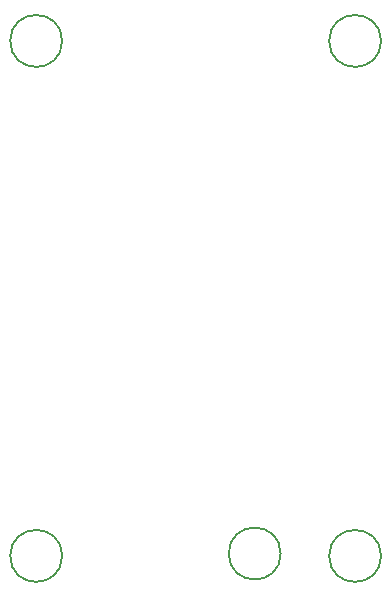
<source format=gbr>
%TF.GenerationSoftware,KiCad,Pcbnew,(6.0.10)*%
%TF.CreationDate,2023-03-24T14:32:09-04:00*%
%TF.ProjectId,kurp,6b757270-2e6b-4696-9361-645f70636258,v1.0.0*%
%TF.SameCoordinates,Original*%
%TF.FileFunction,Other,Comment*%
%FSLAX46Y46*%
G04 Gerber Fmt 4.6, Leading zero omitted, Abs format (unit mm)*
G04 Created by KiCad (PCBNEW (6.0.10)) date 2023-03-24 14:32:09*
%MOMM*%
%LPD*%
G01*
G04 APERTURE LIST*
%ADD10C,0.150000*%
G04 APERTURE END LIST*
D10*
%TO.C,H4*%
X132700000Y-4200000D02*
G75*
G03*
X132700000Y-4200000I-2200000J0D01*
G01*
%TO.C,H3*%
X105700000Y-4200000D02*
G75*
G03*
X105700000Y-4200000I-2200000J0D01*
G01*
%TO.C,H2*%
X132700000Y39400000D02*
G75*
G03*
X132700000Y39400000I-2200000J0D01*
G01*
%TO.C,H1*%
X105700000Y39400000D02*
G75*
G03*
X105700000Y39400000I-2200000J0D01*
G01*
%TO.C,RESET1*%
X124200000Y-4000000D02*
G75*
G03*
X124200000Y-4000000I-2200000J0D01*
G01*
%TD*%
M02*

</source>
